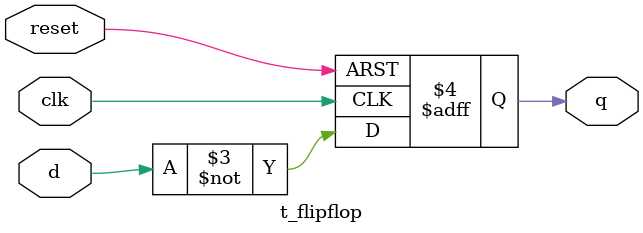
<source format=v>
module t_flipflop(input d,
                 input clk,
                 input reset,
                  output reg q);
  always @(negedge reset or posedge clk)
    if(!reset)begin
      q = 0;
    end
   else
     q =~d;
endmodule
    


</source>
